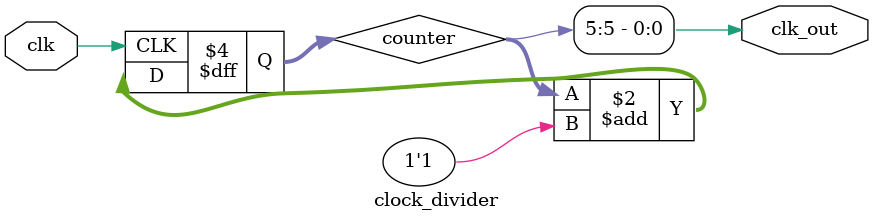
<source format=v>

module clock_divider(clk, clk_out);

	input clk;
	output wire clk_out;
	
	reg [5:0] counter =6'b0;
	// The output is the msb of the counter
	assign clk_out = counter[5];
	
	always @(posedge clk)
		begin
			counter <= counter + 1'b1;
		end
		
endmodule
</source>
